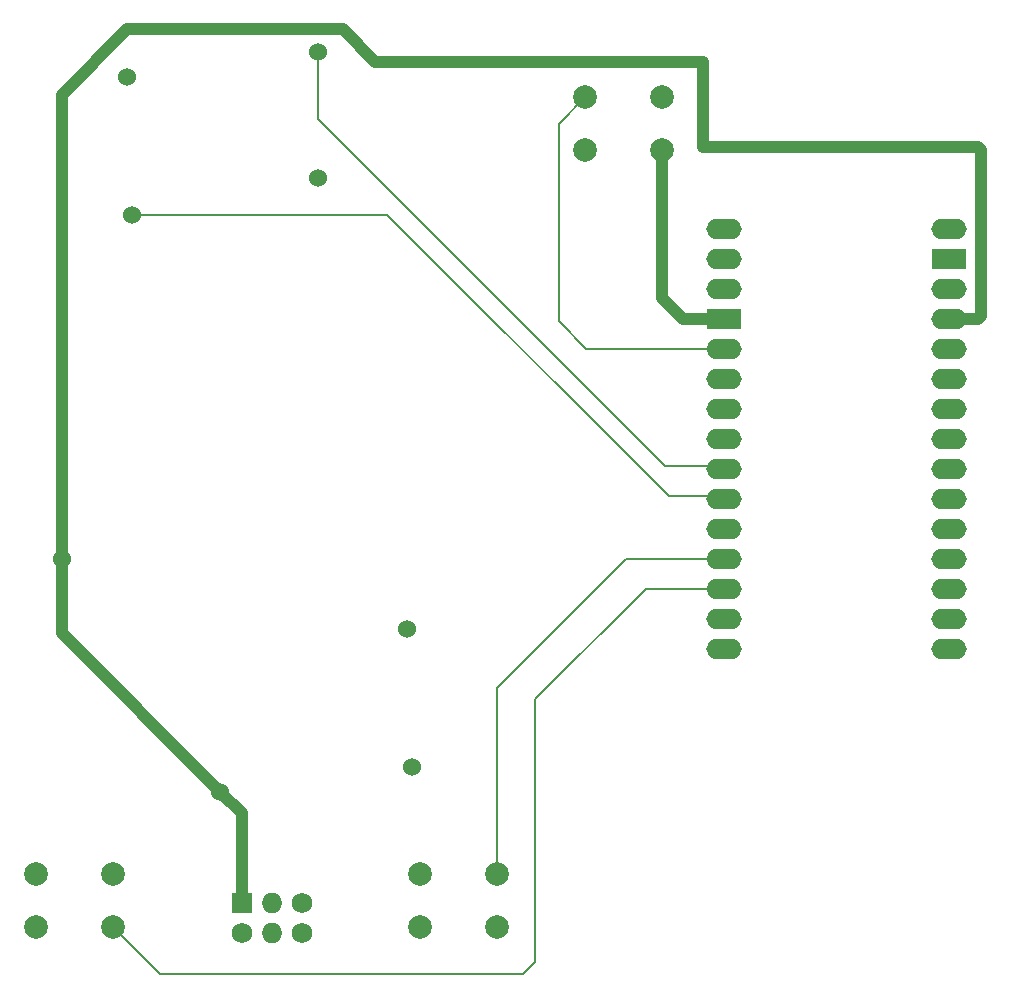
<source format=gtl>
%TF.GenerationSoftware,KiCad,Pcbnew,8.0.8*%
%TF.CreationDate,2025-03-20T22:04:05-04:00*%
%TF.ProjectId,EMP_Cyclone_SAO_v1,454d505f-4379-4636-9c6f-6e655f53414f,rev?*%
%TF.SameCoordinates,Original*%
%TF.FileFunction,Copper,L1,Top*%
%TF.FilePolarity,Positive*%
%FSLAX46Y46*%
G04 Gerber Fmt 4.6, Leading zero omitted, Abs format (unit mm)*
G04 Created by KiCad (PCBNEW 8.0.8) date 2025-03-20 22:04:05*
%MOMM*%
%LPD*%
G01*
G04 APERTURE LIST*
%TA.AperFunction,ComponentPad*%
%ADD10R,1.727200X1.727200*%
%TD*%
%TA.AperFunction,ComponentPad*%
%ADD11C,1.727200*%
%TD*%
%TA.AperFunction,ComponentPad*%
%ADD12O,1.727200X1.727200*%
%TD*%
%TA.AperFunction,ComponentPad*%
%ADD13C,1.524000*%
%TD*%
%TA.AperFunction,ComponentPad*%
%ADD14C,2.000000*%
%TD*%
%TA.AperFunction,SMDPad,CuDef*%
%ADD15O,2.997200X1.727200*%
%TD*%
%TA.AperFunction,SMDPad,CuDef*%
%ADD16R,2.997200X1.727200*%
%TD*%
%TA.AperFunction,Conductor*%
%ADD17C,0.200000*%
%TD*%
%TA.AperFunction,Conductor*%
%ADD18C,1.000000*%
%TD*%
G04 APERTURE END LIST*
D10*
%TO.P,REF\u002A\u002A,1*%
%TO.N,N/C*%
X97670000Y-140750000D03*
D11*
%TO.P,REF\u002A\u002A,2*%
%TO.N,GND*%
X97670000Y-143290000D03*
D12*
%TO.P,REF\u002A\u002A,3*%
%TO.N,N/C*%
X100210000Y-140750000D03*
%TO.P,REF\u002A\u002A,4*%
X100210000Y-143290000D03*
D11*
%TO.P,REF\u002A\u002A,5*%
X102750000Y-140750000D03*
%TO.P,REF\u002A\u002A,6*%
X102750000Y-143290000D03*
%TD*%
D13*
%TO.P,U1,4*%
%TO.N,N/C*%
X111684000Y-117526000D03*
%TO.P,U1,3*%
X82448600Y-111633200D03*
%TO.P,U1,2*%
X104114800Y-79349800D03*
%TO.P,U1,1*%
X88366800Y-82448600D03*
%TD*%
D14*
%TO.P,SW1,1,1*%
%TO.N,Net-(A1-D2)*%
X126750000Y-72500000D03*
X133250000Y-72500000D03*
%TO.P,SW1,2,2*%
%TO.N,GND*%
X126750000Y-77000000D03*
X133250000Y-77000000D03*
%TD*%
D15*
%TO.P,A1,3V3*%
%TO.N,N/C*%
X157525000Y-116650000D03*
%TO.P,A1,5V*%
X157525000Y-91250000D03*
%TO.P,A1,A0*%
X157525000Y-111570000D03*
%TO.P,A1,A1*%
X157525000Y-109030000D03*
%TO.P,A1,A2*%
X157525000Y-106490000D03*
%TO.P,A1,A3*%
X157525000Y-103950000D03*
%TO.P,A1,A4*%
X157525000Y-101410000D03*
%TO.P,A1,A5*%
X157525000Y-98870000D03*
%TO.P,A1,A6*%
X157525000Y-96330000D03*
%TO.P,A1,A7*%
X157525000Y-93790000D03*
%TO.P,A1,AREF*%
X157525000Y-114110000D03*
%TO.P,A1,D0*%
X138475000Y-86170000D03*
%TO.P,A1,D1*%
X138475000Y-83630000D03*
%TO.P,A1,D2*%
%TO.N,Net-(A1-D2)*%
X138475000Y-93790000D03*
%TO.P,A1,D3*%
%TO.N,N/C*%
X138475000Y-96330000D03*
%TO.P,A1,D4*%
X138475000Y-98870000D03*
%TO.P,A1,D5*%
X138475000Y-101410000D03*
%TO.P,A1,D6*%
X138475000Y-103950000D03*
%TO.P,A1,D7*%
X138475000Y-106490000D03*
%TO.P,A1,D8*%
X138475000Y-109030000D03*
%TO.P,A1,D9*%
%TO.N,Net-(A1-D9)*%
X138475000Y-111570000D03*
%TO.P,A1,D10*%
%TO.N,Net-(A1-D10)*%
X138475000Y-114110000D03*
%TO.P,A1,D11*%
%TO.N,N/C*%
X138475000Y-116650000D03*
%TO.P,A1,D12*%
X138475000Y-119190000D03*
%TO.P,A1,D13*%
X157525000Y-119190000D03*
D16*
%TO.P,A1,GND1*%
%TO.N,GND*%
X138475000Y-91250000D03*
%TO.P,A1,GND2*%
%TO.N,N/C*%
X157525000Y-86170000D03*
D15*
%TO.P,A1,RST1*%
X138475000Y-88710000D03*
%TO.P,A1,RST2*%
X157525000Y-88710000D03*
%TO.P,A1,VIN*%
X157525000Y-83630000D03*
%TD*%
D13*
%TO.P,U2,1*%
%TO.N,N/C*%
X104140200Y-68681800D03*
%TO.P,U2,2*%
X87935000Y-70790000D03*
%TO.P,U2,3*%
X95859800Y-131318200D03*
%TO.P,U2,4*%
X112090400Y-129184600D03*
%TD*%
D14*
%TO.P,SW3,1,1*%
%TO.N,Net-(A1-D10)*%
X86750000Y-142750000D03*
X80250000Y-142750000D03*
%TO.P,SW3,2,2*%
%TO.N,GND*%
X86750000Y-138250000D03*
X80250000Y-138250000D03*
%TD*%
%TO.P,SW2,1,1*%
%TO.N,Net-(A1-D9)*%
X112750000Y-138250000D03*
X119250000Y-138250000D03*
%TO.P,SW2,2,2*%
%TO.N,GND*%
X112750000Y-142750000D03*
X119250000Y-142750000D03*
%TD*%
D17*
%TO.N,Net-(A1-D10)*%
X121500000Y-146750000D02*
X90750000Y-146750000D01*
X90750000Y-146750000D02*
X86750000Y-142750000D01*
D18*
%TO.N,*%
X157250000Y-91080000D02*
X157420000Y-91250000D01*
X157420000Y-91250000D02*
X160000000Y-91250000D01*
X160250000Y-91000000D02*
X160250000Y-77000000D01*
X160000000Y-91250000D02*
X160250000Y-91000000D01*
X136750000Y-69500000D02*
X109000000Y-69500000D01*
X160250000Y-77000000D02*
X160000000Y-76750000D01*
X160000000Y-76750000D02*
X136750000Y-76750000D01*
X136750000Y-76750000D02*
X136750000Y-69500000D01*
X109000000Y-69500000D02*
X106250000Y-66750000D01*
X106250000Y-66750000D02*
X88000000Y-66750000D01*
X88000000Y-66750000D02*
X82448600Y-72301400D01*
X82448600Y-72301400D02*
X82448600Y-111633200D01*
D17*
X138305000Y-106320000D02*
X133820000Y-106320000D01*
D18*
X82448600Y-111633200D02*
X82448600Y-117907000D01*
X97670000Y-133128400D02*
X95859800Y-131318200D01*
D17*
X109948600Y-82448600D02*
X88366800Y-82448600D01*
X133820000Y-106320000D02*
X109948600Y-82448600D01*
X138305000Y-103780000D02*
X133530000Y-103780000D01*
X133530000Y-103780000D02*
X104140200Y-74390200D01*
X138475000Y-103950000D02*
X138305000Y-103780000D01*
X104140200Y-74390200D02*
X104140200Y-68681800D01*
D18*
X97670000Y-140750000D02*
X97670000Y-133128400D01*
D17*
X138475000Y-106490000D02*
X138305000Y-106320000D01*
X138305000Y-116480000D02*
X138475000Y-116650000D01*
D18*
X82448600Y-117907000D02*
X95859800Y-131318200D01*
%TO.N,GND*%
X133250000Y-77000000D02*
X133250000Y-89500000D01*
X135000000Y-91250000D02*
X138475000Y-91250000D01*
X133250000Y-89500000D02*
X135000000Y-91250000D01*
D17*
%TO.N,Net-(A1-D2)*%
X124500000Y-74750000D02*
X124500000Y-91500000D01*
X124500000Y-91500000D02*
X126790000Y-93790000D01*
X126750000Y-72500000D02*
X124500000Y-74750000D01*
X126790000Y-93790000D02*
X138475000Y-93790000D01*
%TO.N,Net-(A1-D9)*%
X130180000Y-111570000D02*
X138475000Y-111570000D01*
X119250000Y-122500000D02*
X130180000Y-111570000D01*
X119250000Y-138250000D02*
X119250000Y-122500000D01*
%TO.N,Net-(A1-D10)*%
X86500000Y-143250000D02*
X86750000Y-143250000D01*
X131890000Y-114110000D02*
X122500000Y-123500000D01*
X121500000Y-146750000D02*
X122500000Y-145750000D01*
X138475000Y-114110000D02*
X131890000Y-114110000D01*
X122500000Y-123500000D02*
X122500000Y-145750000D01*
%TD*%
M02*

</source>
